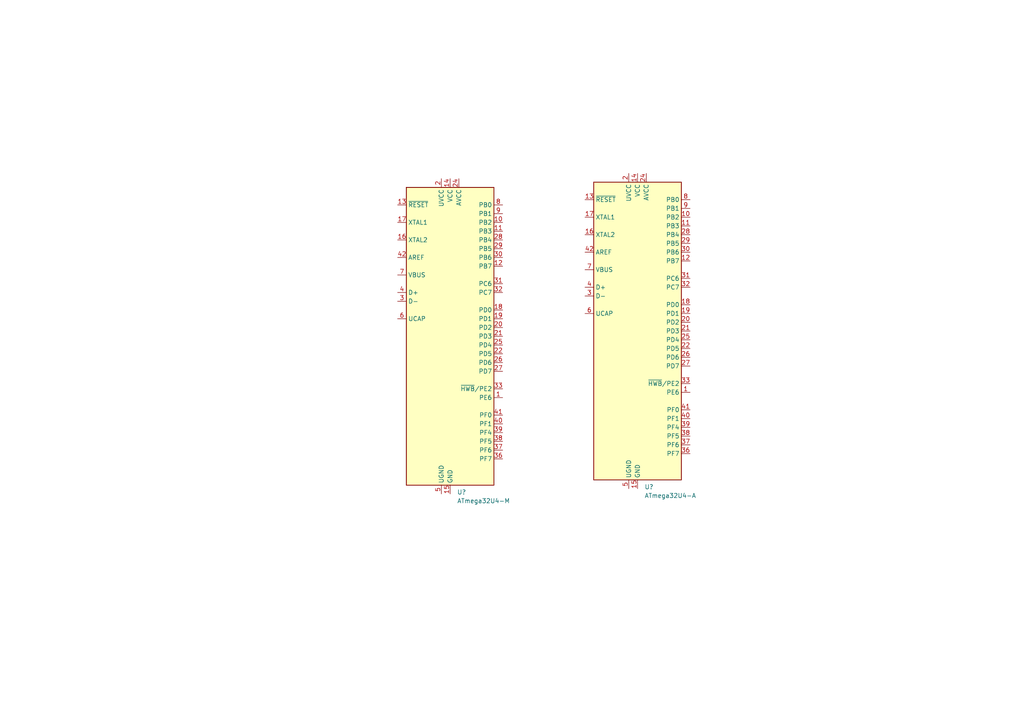
<source format=kicad_sch>
(kicad_sch (version 20211123) (generator eeschema)
  (paper "A4")
  (lib_symbols
    (symbol "MCU_Microchip_ATmega:ATmega32U4-A"
      (property "Reference" "U" (at -12.7 44.45 0))
      (property "Value" "ATmega32U4-A" (at 2.54 -44.45 0))
      (symbol "ATmega32U4-A_0_1"
        (rectangle (start -12.7 -43.18) (end 12.7 43.18) (stroke (width 0.254)) (fill (type background)))
      )
      (symbol "ATmega32U4-A_1_1"
        (pin bidirectional line (at 15.24 -17.78 180) (length 2.54) (name "PE6") (number "1"))
        (pin bidirectional line (at 15.24 33.02 180) (length 2.54) (name "PB2") (number "10"))
        (pin bidirectional line (at 15.24 30.48 180) (length 2.54) (name "PB3") (number "11"))
        (pin bidirectional line (at 15.24 20.32 180) (length 2.54) (name "PB7") (number "12"))
        (pin input line (at -15.24 38.1 0) (length 2.54) (name "~{RESET}") (number "13"))
        (pin power_in line (at 0 45.72 270) (length 2.54) (name "VCC") (number "14"))
        (pin power_in line (at 0 -45.72 90) (length 2.54) (name "GND") (number "15"))
        (pin output line (at -15.24 27.94 0) (length 2.54) (name "XTAL2") (number "16"))
        (pin input line (at -15.24 33.02 0) (length 2.54) (name "XTAL1") (number "17"))
        (pin bidirectional line (at 15.24 7.62 180) (length 2.54) (name "PD0") (number "18"))
        (pin bidirectional line (at 15.24 5.08 180) (length 2.54) (name "PD1") (number "19"))
        (pin power_in line (at -2.54 45.72 270) (length 2.54) (name "UVCC") (number "2"))
        (pin bidirectional line (at 15.24 2.54 180) (length 2.54) (name "PD2") (number "20"))
        (pin bidirectional line (at 15.24 0 180) (length 2.54) (name "PD3") (number "21"))
        (pin bidirectional line (at 15.24 -5.08 180) (length 2.54) (name "PD5") (number "22"))
        (pin passive line (at 0 -45.72 90) (length 2.54) hide (name "GND") (number "23"))
        (pin power_in line (at 2.54 45.72 270) (length 2.54) (name "AVCC") (number "24"))
        (pin bidirectional line (at 15.24 -2.54 180) (length 2.54) (name "PD4") (number "25"))
        (pin bidirectional line (at 15.24 -7.62 180) (length 2.54) (name "PD6") (number "26"))
        (pin bidirectional line (at 15.24 -10.16 180) (length 2.54) (name "PD7") (number "27"))
        (pin bidirectional line (at 15.24 27.94 180) (length 2.54) (name "PB4") (number "28"))
        (pin bidirectional line (at 15.24 25.4 180) (length 2.54) (name "PB5") (number "29"))
        (pin bidirectional line (at -15.24 10.16 0) (length 2.54) (name "D-") (number "3"))
        (pin bidirectional line (at 15.24 22.86 180) (length 2.54) (name "PB6") (number "30"))
        (pin bidirectional line (at 15.24 15.24 180) (length 2.54) (name "PC6") (number "31"))
        (pin bidirectional line (at 15.24 12.7 180) (length 2.54) (name "PC7") (number "32"))
        (pin bidirectional line (at 15.24 -15.24 180) (length 2.54) (name "~{HWB}/PE2") (number "33"))
        (pin passive line (at 0 45.72 270) (length 2.54) hide (name "VCC") (number "34"))
        (pin passive line (at 0 -45.72 90) (length 2.54) hide (name "GND") (number "35"))
        (pin bidirectional line (at 15.24 -35.56 180) (length 2.54) (name "PF7") (number "36"))
        (pin bidirectional line (at 15.24 -33.02 180) (length 2.54) (name "PF6") (number "37"))
        (pin bidirectional line (at 15.24 -30.48 180) (length 2.54) (name "PF5") (number "38"))
        (pin bidirectional line (at 15.24 -27.94 180) (length 2.54) (name "PF4") (number "39"))
        (pin bidirectional line (at -15.24 12.7 0) (length 2.54) (name "D+") (number "4"))
        (pin bidirectional line (at 15.24 -25.4 180) (length 2.54) (name "PF1") (number "40"))
        (pin bidirectional line (at 15.24 -22.86 180) (length 2.54) (name "PF0") (number "41"))
        (pin passive line (at -15.24 22.86 0) (length 2.54) (name "AREF") (number "42"))
        (pin passive line (at 0 -45.72 90) (length 2.54) hide (name "GND") (number "43"))
        (pin passive line (at 2.54 45.72 270) (length 2.54) hide (name "AVCC") (number "44"))
        (pin passive line (at -2.54 -45.72 90) (length 2.54) (name "UGND") (number "5"))
        (pin passive line (at -15.24 5.08 0) (length 2.54) (name "UCAP") (number "6"))
        (pin input line (at -15.24 17.78 0) (length 2.54) (name "VBUS") (number "7"))
        (pin bidirectional line (at 15.24 38.1 180) (length 2.54) (name "PB0") (number "8"))
        (pin bidirectional line (at 15.24 35.56 180) (length 2.54) (name "PB1") (number "9"))
      )
    )
    (symbol "MCU_Microchip_ATmega:ATmega32U4-M"
      (property "Reference" "U" (at -12.7 44.45 0))
      (property "Value" "ATmega32U4-M" (at 2.54 -44.45 0))
      (symbol "ATmega32U4-M_0_1"
        (rectangle (start -12.7 -43.18) (end 12.7 43.18) (stroke (width 0.254)) (fill (type background)))
      )
      (symbol "ATmega32U4-M_1_1"
        (pin bidirectional line (at 15.24 -17.78 180) (length 2.54) (name "PE6") (number "1"))
        (pin bidirectional line (at 15.24 33.02 180) (length 2.54) (name "PB2") (number "10"))
        (pin bidirectional line (at 15.24 30.48 180) (length 2.54) (name "PB3") (number "11"))
        (pin bidirectional line (at 15.24 20.32 180) (length 2.54) (name "PB7") (number "12"))
        (pin input line (at -15.24 38.1 0) (length 2.54) (name "~{RESET}") (number "13"))
        (pin power_in line (at 0 45.72 270) (length 2.54) (name "VCC") (number "14"))
        (pin power_in line (at 0 -45.72 90) (length 2.54) (name "GND") (number "15"))
        (pin output line (at -15.24 27.94 0) (length 2.54) (name "XTAL2") (number "16"))
        (pin input line (at -15.24 33.02 0) (length 2.54) (name "XTAL1") (number "17"))
        (pin bidirectional line (at 15.24 7.62 180) (length 2.54) (name "PD0") (number "18"))
        (pin bidirectional line (at 15.24 5.08 180) (length 2.54) (name "PD1") (number "19"))
        (pin power_in line (at -2.54 45.72 270) (length 2.54) (name "UVCC") (number "2"))
        (pin bidirectional line (at 15.24 2.54 180) (length 2.54) (name "PD2") (number "20"))
        (pin bidirectional line (at 15.24 0 180) (length 2.54) (name "PD3") (number "21"))
        (pin bidirectional line (at 15.24 -5.08 180) (length 2.54) (name "PD5") (number "22"))
        (pin passive line (at 0 -45.72 90) (length 2.54) hide (name "GND") (number "23"))
        (pin power_in line (at 2.54 45.72 270) (length 2.54) (name "AVCC") (number "24"))
        (pin bidirectional line (at 15.24 -2.54 180) (length 2.54) (name "PD4") (number "25"))
        (pin bidirectional line (at 15.24 -7.62 180) (length 2.54) (name "PD6") (number "26"))
        (pin bidirectional line (at 15.24 -10.16 180) (length 2.54) (name "PD7") (number "27"))
        (pin bidirectional line (at 15.24 27.94 180) (length 2.54) (name "PB4") (number "28"))
        (pin bidirectional line (at 15.24 25.4 180) (length 2.54) (name "PB5") (number "29"))
        (pin bidirectional line (at -15.24 10.16 0) (length 2.54) (name "D-") (number "3"))
        (pin bidirectional line (at 15.24 22.86 180) (length 2.54) (name "PB6") (number "30"))
        (pin bidirectional line (at 15.24 15.24 180) (length 2.54) (name "PC6") (number "31"))
        (pin bidirectional line (at 15.24 12.7 180) (length 2.54) (name "PC7") (number "32"))
        (pin bidirectional line (at 15.24 -15.24 180) (length 2.54) (name "~{HWB}/PE2") (number "33"))
        (pin passive line (at 0 45.72 270) (length 2.54) hide (name "VCC") (number "34"))
        (pin passive line (at 0 -45.72 90) (length 2.54) hide (name "GND") (number "35"))
        (pin bidirectional line (at 15.24 -35.56 180) (length 2.54) (name "PF7") (number "36"))
        (pin bidirectional line (at 15.24 -33.02 180) (length 2.54) (name "PF6") (number "37"))
        (pin bidirectional line (at 15.24 -30.48 180) (length 2.54) (name "PF5") (number "38"))
        (pin bidirectional line (at 15.24 -27.94 180) (length 2.54) (name "PF4") (number "39"))
        (pin bidirectional line (at -15.24 12.7 0) (length 2.54) (name "D+") (number "4"))
        (pin bidirectional line (at 15.24 -25.4 180) (length 2.54) (name "PF1") (number "40"))
        (pin bidirectional line (at 15.24 -22.86 180) (length 2.54) (name "PF0") (number "41"))
        (pin passive line (at -15.24 22.86 0) (length 2.54) (name "AREF") (number "42"))
        (pin passive line (at 0 -45.72 90) (length 2.54) hide (name "GND") (number "43"))
        (pin passive line (at 2.54 45.72 270) (length 2.54) hide (name "AVCC") (number "44"))
        (pin passive line (at 0 -45.72 90) (length 2.54) hide (name "GND") (number "45"))
        (pin passive line (at -2.54 -45.72 90) (length 2.54) (name "UGND") (number "5"))
        (pin passive line (at -15.24 5.08 0) (length 2.54) (name "UCAP") (number "6"))
        (pin input line (at -15.24 17.78 0) (length 2.54) (name "VBUS") (number "7"))
        (pin bidirectional line (at 15.24 38.1 180) (length 2.54) (name "PB0") (number "8"))
        (pin bidirectional line (at 15.24 35.56 180) (length 2.54) (name "PB1") (number "9"))
      )
    )
  )
  (symbol (lib_id "MCU_Microchip_ATmega:ATmega32U4-A") (at 184.912 96.012 0) (unit 1)
    (property "Reference" "U?" (at 186.9314 141.2224 0) (effects (justify left)))
    (property "Value" "ATmega32U4-A" (at 186.9314 143.7593 0) (effects (justify left)))
    (property "Footprint" "Package_QFP:TQFP-44_10x10mm_P0.8mm" (effects hide))
    (property "Datasheet" "http://ww1.microchip.com/downloads/en/DeviceDoc/Atmel-7766-8-bit-AVR-ATmega16U4-32U4_Datasheet.pdf" (effects hide))
  )
  (symbol (lib_id "MCU_Microchip_ATmega:ATmega32U4-M") (at 130.556 97.536 0) (unit 1)
    (property "Reference" "U?" (at 132.5754 142.7464 0) (effects (justify left)))
    (property "Value" "ATmega32U4-M" (at 132.5754 145.2833 0) (effects (justify left)))
    (property "Footprint" "Package_DFN_QFN:QFN-44-1EP_7x7mm_P0.5mm_EP5.2x5.2mm" (effects hide))
    (property "Datasheet" "http://ww1.microchip.com/downloads/en/DeviceDoc/Atmel-7766-8-bit-AVR-ATmega16U4-32U4_Datasheet.pdf" (effects hide))
  )
)
</source>
